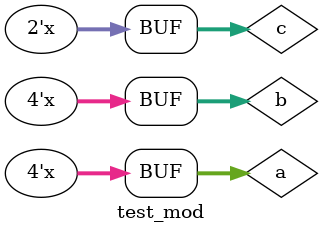
<source format=v>
`timescale 1ns / 1ps


module test_mod(

    );
    reg[3:0] a = 0;
    always#10
        a = a + 1;
    reg [3:0] b;
    reg [1:0] c;
    always@(*)
    begin
        b = a/3;
        c = a%3;
    end
endmodule

</source>
